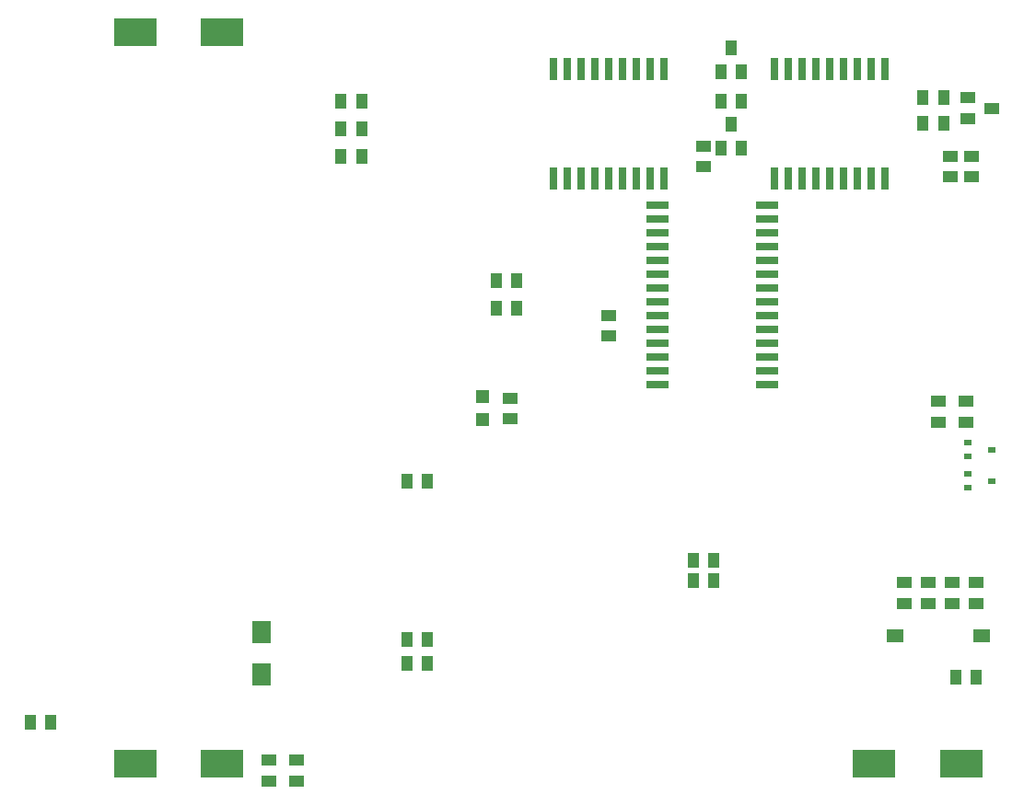
<source format=gbr>
G04 EAGLE Gerber RS-274X export*
G75*
%MOMM*%
%FSLAX34Y34*%
%LPD*%
%INSolderpaste Top*%
%IPPOS*%
%AMOC8*
5,1,8,0,0,1.08239X$1,22.5*%
G01*
%ADD10R,1.092200X1.397000*%
%ADD11R,0.660400X2.032000*%
%ADD12R,4.000000X2.500000*%
%ADD13R,1.397000X1.092200*%
%ADD14R,2.032000X0.660400*%
%ADD15R,1.600000X1.200000*%
%ADD16R,1.200000X1.200000*%
%ADD17R,1.400000X1.000000*%
%ADD18R,1.000000X1.400000*%
%ADD19R,0.700000X0.600000*%
%ADD20R,1.800000X2.100000*%


D10*
X393573Y155575D03*
X374777Y155575D03*
X393573Y177825D03*
X374777Y177825D03*
D11*
X509588Y602171D03*
X522288Y602171D03*
X534988Y602171D03*
X547688Y602171D03*
X560388Y602171D03*
X573088Y602171D03*
X585788Y602171D03*
X598488Y602171D03*
X598488Y702755D03*
X585788Y702755D03*
X573088Y702755D03*
X560388Y702755D03*
X547688Y702755D03*
X534988Y702755D03*
X522288Y702755D03*
X509588Y702755D03*
X611188Y602171D03*
X611188Y702755D03*
X712788Y602171D03*
X725488Y602171D03*
X738188Y602171D03*
X750888Y602171D03*
X763588Y602171D03*
X776288Y602171D03*
X788988Y602171D03*
X801688Y602171D03*
X801688Y702755D03*
X788988Y702755D03*
X776288Y702755D03*
X763588Y702755D03*
X750888Y702755D03*
X738188Y702755D03*
X725488Y702755D03*
X712788Y702755D03*
X814388Y602171D03*
X814388Y702755D03*
D12*
X884550Y63500D03*
X804550Y63500D03*
D13*
X560388Y457327D03*
X560388Y476123D03*
X273050Y47752D03*
X273050Y66548D03*
X247650Y47752D03*
X247650Y66548D03*
D12*
X205100Y736600D03*
X125100Y736600D03*
X205100Y63500D03*
X125100Y63500D03*
D14*
X605346Y577850D03*
X605346Y565150D03*
X605346Y552450D03*
X605346Y539750D03*
X605346Y527050D03*
X605346Y514350D03*
X605346Y501650D03*
X605346Y488950D03*
X705930Y488950D03*
X705930Y501650D03*
X705930Y514350D03*
X705930Y527050D03*
X705930Y539750D03*
X705930Y552450D03*
X705930Y565150D03*
X705930Y577850D03*
X705930Y476250D03*
X705930Y463550D03*
X705930Y425450D03*
X705930Y412750D03*
X605346Y476250D03*
X605346Y463550D03*
X605346Y425450D03*
X605346Y412750D03*
X605346Y450850D03*
X605346Y438150D03*
X705930Y450850D03*
X705930Y438150D03*
D13*
X876300Y230061D03*
X876300Y211265D03*
X898525Y230061D03*
X898525Y211265D03*
D10*
X879602Y142875D03*
X898398Y142875D03*
D13*
X863600Y396748D03*
X863600Y377952D03*
X889000Y396748D03*
X889000Y377952D03*
D10*
X47498Y101600D03*
X28702Y101600D03*
X314452Y673100D03*
X333248Y673100D03*
X314452Y647700D03*
X333248Y647700D03*
X314452Y622300D03*
X333248Y622300D03*
D13*
X831850Y230061D03*
X831850Y211265D03*
X854075Y230061D03*
X854075Y211265D03*
D15*
X903300Y180975D03*
X823900Y180975D03*
D10*
X393573Y323850D03*
X374777Y323850D03*
D16*
X444500Y380025D03*
X444500Y401025D03*
D13*
X469900Y399923D03*
X469900Y381127D03*
D17*
X912700Y666750D03*
X890700Y657250D03*
X890700Y676250D03*
D10*
X868236Y652463D03*
X849440Y652463D03*
D13*
X893763Y603377D03*
X893763Y622173D03*
X874713Y603377D03*
X874713Y622173D03*
D10*
X476123Y482600D03*
X457327Y482600D03*
X476123Y508000D03*
X457327Y508000D03*
X657098Y231775D03*
X638302Y231775D03*
X657098Y250825D03*
X638302Y250825D03*
X868236Y676275D03*
X849440Y676275D03*
D18*
X673100Y722200D03*
X682600Y700200D03*
X663600Y700200D03*
D13*
X647700Y631698D03*
X647700Y612902D03*
D10*
X682498Y673100D03*
X663702Y673100D03*
D18*
X673100Y652350D03*
X682600Y630350D03*
X663600Y630350D03*
D19*
X890950Y358925D03*
X890950Y345925D03*
X912450Y352425D03*
X890950Y330350D03*
X890950Y317350D03*
X912450Y323850D03*
D20*
X241300Y184600D03*
X241300Y145600D03*
M02*

</source>
